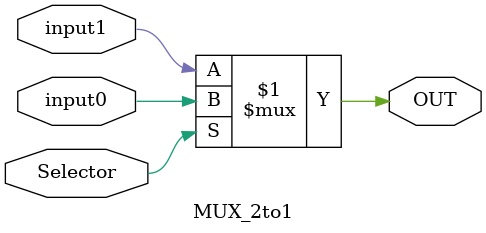
<source format=v>
`timescale 1ns / 1ps


module MUX_2to1 (
	input input0,
	input input1,
	input Selector,
	output OUT
);
    
assign OUT = Selector ? input0 : input1; 
    
endmodule
</source>
